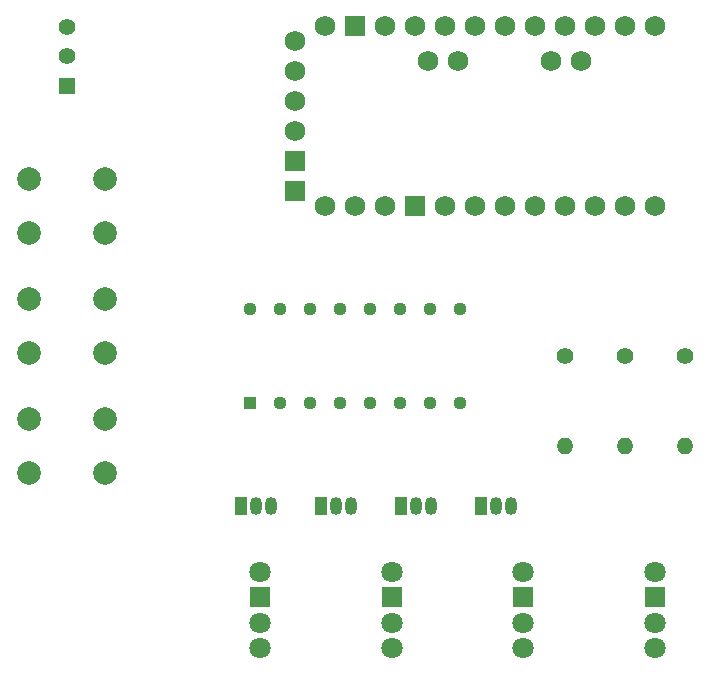
<source format=gbr>
%TF.GenerationSoftware,KiCad,Pcbnew,(6.0.11)*%
%TF.CreationDate,2023-02-01T23:46:18-08:00*%
%TF.ProjectId,ath,6174682e-6b69-4636-9164-5f7063625858,Original*%
%TF.SameCoordinates,Original*%
%TF.FileFunction,Soldermask,Bot*%
%TF.FilePolarity,Negative*%
%FSLAX46Y46*%
G04 Gerber Fmt 4.6, Leading zero omitted, Abs format (unit mm)*
G04 Created by KiCad (PCBNEW (6.0.11)) date 2023-02-01 23:46:18*
%MOMM*%
%LPD*%
G01*
G04 APERTURE LIST*
%ADD10C,1.400000*%
%ADD11O,1.400000X1.400000*%
%ADD12R,1.130000X1.130000*%
%ADD13C,1.130000*%
%ADD14R,1.050000X1.500000*%
%ADD15O,1.050000X1.500000*%
%ADD16C,1.800000*%
%ADD17R,1.800000X1.800000*%
%ADD18R,1.408000X1.408000*%
%ADD19C,1.408000*%
%ADD20C,2.000000*%
%ADD21C,1.727200*%
%ADD22R,1.727200X1.727200*%
G04 APERTURE END LIST*
D10*
%TO.C,R2*%
X187960000Y-66040000D03*
D11*
X187960000Y-73660000D03*
%TD*%
D12*
%TO.C,IC0*%
X151130000Y-70010000D03*
D13*
X153670000Y-70010000D03*
X156210000Y-70010000D03*
X158750000Y-70010000D03*
X161290000Y-70010000D03*
X163830000Y-70010000D03*
X166370000Y-70010000D03*
X168910000Y-70010000D03*
X168910000Y-62070000D03*
X166370000Y-62070000D03*
X163830000Y-62070000D03*
X161290000Y-62070000D03*
X158750000Y-62070000D03*
X156210000Y-62070000D03*
X153670000Y-62070000D03*
X151130000Y-62070000D03*
%TD*%
D14*
%TO.C,T3*%
X170712712Y-78740000D03*
D15*
X171982712Y-78740000D03*
X173252712Y-78740000D03*
%TD*%
D14*
%TO.C,T1*%
X157166045Y-78740000D03*
D15*
X158436045Y-78740000D03*
X159706045Y-78740000D03*
%TD*%
D16*
%TO.C,D2*%
X174286666Y-84306500D03*
D17*
X174286666Y-86465500D03*
D16*
X174286666Y-88624500D03*
X174286666Y-90783500D03*
%TD*%
D14*
%TO.C,T2*%
X163939378Y-78740000D03*
D15*
X165209378Y-78740000D03*
X166479378Y-78740000D03*
%TD*%
D18*
%TO.C,PSW0*%
X135668872Y-43140000D03*
D19*
X135668872Y-40640000D03*
X135668872Y-38140000D03*
%TD*%
D20*
%TO.C,SW2*%
X138918872Y-71410000D03*
X132418872Y-71410000D03*
X138918872Y-75910000D03*
X132418872Y-75910000D03*
%TD*%
D16*
%TO.C,D0*%
X152020000Y-84306500D03*
D17*
X152020000Y-86465500D03*
D16*
X152020000Y-88624500D03*
X152020000Y-90783500D03*
%TD*%
D20*
%TO.C,SW1*%
X138918872Y-61250000D03*
X132418872Y-61250000D03*
X138918872Y-65750000D03*
X132418872Y-65750000D03*
%TD*%
D16*
%TO.C,D1*%
X163153333Y-84306500D03*
D17*
X163153333Y-86465500D03*
D16*
X163153333Y-88624500D03*
X163153333Y-90783500D03*
%TD*%
D20*
%TO.C,SW0*%
X132418872Y-51090000D03*
X138918872Y-51090000D03*
X132418872Y-55590000D03*
X138918872Y-55590000D03*
%TD*%
D21*
%TO.C,CTRL0*%
X175260000Y-38100000D03*
X172720000Y-38100000D03*
X170180000Y-38100000D03*
X167640000Y-38100000D03*
X168790600Y-41025900D03*
X166250600Y-41025900D03*
X179204600Y-41025900D03*
X176664000Y-41025900D03*
X160020000Y-53340000D03*
X157480000Y-53340000D03*
X167640000Y-53340000D03*
X170180000Y-53340000D03*
X172720000Y-53340000D03*
X175260000Y-53340000D03*
X177800000Y-53340000D03*
X180340000Y-53340000D03*
X182880000Y-53340000D03*
X185420000Y-53340000D03*
X185420000Y-38100000D03*
X182880000Y-38100000D03*
X180340000Y-38100000D03*
X177800000Y-38100000D03*
X154940000Y-39370000D03*
D22*
X165100000Y-53340000D03*
X160020000Y-38100000D03*
X154940000Y-49530000D03*
X154940000Y-52070000D03*
D21*
X157480000Y-38100000D03*
X162560000Y-53340000D03*
X162560000Y-38100000D03*
X154940000Y-44450000D03*
X154940000Y-41910000D03*
X165100000Y-38100000D03*
X154940000Y-46990000D03*
%TD*%
D16*
%TO.C,D3*%
X185420000Y-84306500D03*
D17*
X185420000Y-86465500D03*
D16*
X185420000Y-88624500D03*
X185420000Y-90783500D03*
%TD*%
D10*
%TO.C,R0*%
X177800000Y-66040000D03*
D11*
X177800000Y-73660000D03*
%TD*%
D14*
%TO.C,T0*%
X150392712Y-78740000D03*
D15*
X151662712Y-78740000D03*
X152932712Y-78740000D03*
%TD*%
D10*
%TO.C,R1*%
X182880000Y-66040000D03*
D11*
X182880000Y-73660000D03*
%TD*%
M02*

</source>
